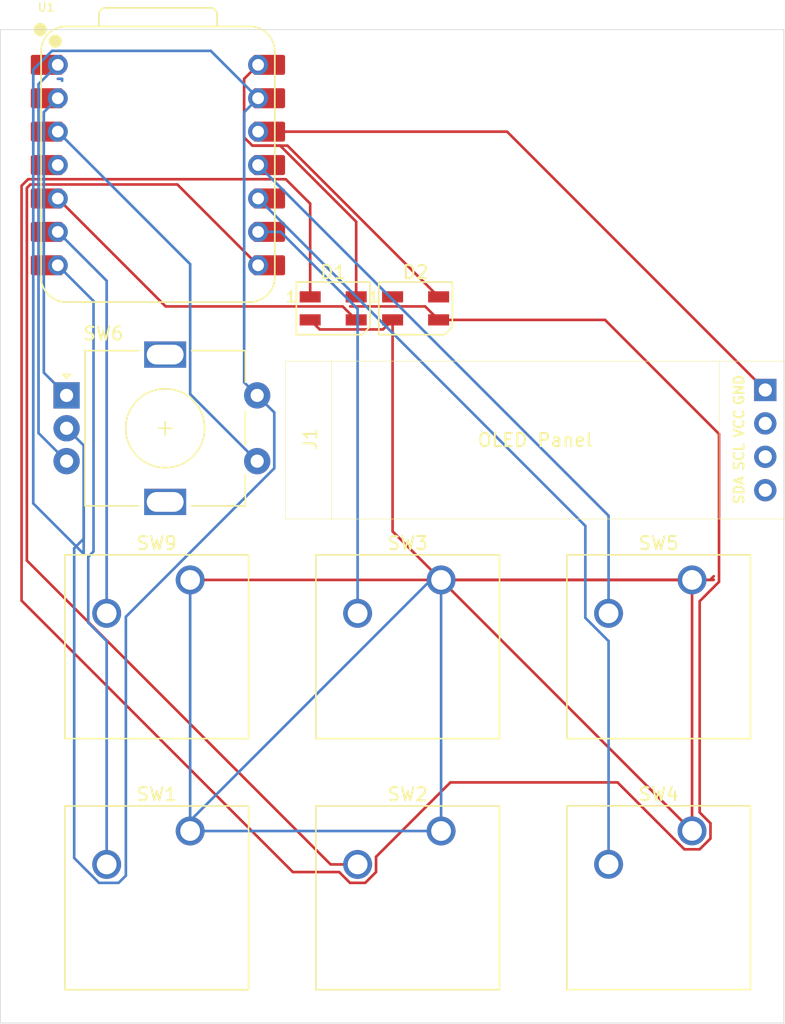
<source format=kicad_pcb>
(kicad_pcb (version 20241229) (generator "pcbnew") (generator_version "9.0")
  (layers (0 "F.Cu" signal) (2 "B.Cu" signal) (13 "F.Paste" user) (15 "B.Paste" user) (5 "F.SilkS" user "F.Silkscreen") (7 "B.SilkS" user "B.Silkscreen") (1 "F.Mask" user) (3 "B.Mask" user) (25 "Edge.Cuts" user))
  (net 0 "")
  (net 1 "Net-(D1-DIN)")
  (net 2 "+5V")
  (net 3 "Net-(D1-DOUT)")
  (net 4 "GND")
  (net 6 "Net-(U1-GPIO1{slash}RX)")
  (net 7 "Net-(U1-GPIO2{slash}SCK)")
  (net 8 "Net-(U1-GPIO4{slash}MISO)")
  (net 9 "Net-(U1-GPIO3{slash}MOSI)")
  (net 10 "Net-(U1-GPIO0{slash}TX)")
  (net 12 "Net-(J1-Pin_1)")
  (net 16 "Net-(U1-GPIO28{slash}ADC2{slash}A2)")
  (net 17 "Net-(U1-GPIO27{slash}ADC1{slash}A1)")
  (net 18 "Net-(U1-GND)")
  (net 19 "Net-(U1-GPIO26{slash}ADC0{slash}A0)")
  (net 20 "Net-(U1-GPIO7{slash}SCL)")
  (footprint "Button_Switch_Keyboard:SW_Cherry_MX_1.00u_PCB" (layer "F.Cu") (at 116.94 92.44)
    (property "Reference" "SW9" (at -2.54 -2.794 0) (layer "F.SilkS"))
    (property "Value" "SW_Push")
    (fp_line (start -9.525 -1.905) (end 4.445 -1.905) (stroke (width 0.12)) (layer "F.SilkS"))
    (fp_line (start -9.525 12.065) (end -9.525 -1.905) (stroke (width 0.12)) (layer "F.SilkS"))
    (fp_line (start 4.445 -1.905) (end 4.445 12.065) (stroke (width 0.12)) (layer "F.SilkS"))
    (fp_line (start 4.445 12.065) (end -9.525 12.065) (stroke (width 0.12)) (layer "F.SilkS"))
    (pad "" np_thru_hole circle (at -7.62 5.08) (size 1.7 1.7) (drill 1.7) (layers "*.Cu" "*.Mask"))
    (pad "" np_thru_hole circle (at -2.54 5.08) (size 4 4) (drill 4) (layers "*.Cu" "*.Mask"))
    (pad "" np_thru_hole circle (at 2.54 5.08) (size 1.7 1.7) (drill 1.7) (layers "*.Cu" "*.Mask"))
    (pad "1" thru_hole circle (at 0 0) (size 2.2 2.2) (drill 1.5) (layers "*.Cu" "*.Mask") (net 4 "GND"))
    (pad "2" thru_hole circle (at -6.35 2.54) (size 2.2 2.2) (drill 1.5) (layers "*.Cu" "*.Mask") (net 20 "Net-(U1-GPIO7{slash}SCL)"))
  )
  (footprint "Rotary_Encoder:RotaryEncoder_Alps_EC11E-Switch_Vertical_H20mm" (layer "F.Cu") (at 107.54 78.41)
    (property "Reference" "SW6" (at 2.8 -4.7 0) (layer "F.SilkS"))
    (property "Value" "RotaryEncoder_Switch")
    (fp_line (start -0.3 -1.6) (end 0.3 -1.6) (stroke (width 0.12)) (layer "F.SilkS"))
    (fp_line (start 0 -1.3) (end -0.3 -1.6) (stroke (width 0.12)) (layer "F.SilkS"))
    (fp_line (start 0.3 -1.6) (end 0 -1.3) (stroke (width 0.12)) (layer "F.SilkS"))
    (fp_line (start 1.4 -3.4) (end 1.4 8.4) (stroke (width 0.12)) (layer "F.SilkS"))
    (fp_line (start 5.5 -3.4) (end 1.4 -3.4) (stroke (width 0.12)) (layer "F.SilkS"))
    (fp_line (start 5.5 8.4) (end 1.4 8.4) (stroke (width 0.12)) (layer "F.SilkS"))
    (fp_line (start 7 2.5) (end 8 2.5) (stroke (width 0.12)) (layer "F.SilkS"))
    (fp_line (start 7.5 2) (end 7.5 3) (stroke (width 0.12)) (layer "F.SilkS"))
    (fp_line (start 9.5 -3.4) (end 13.6 -3.4) (stroke (width 0.12)) (layer "F.SilkS"))
    (fp_line (start 13.6 -3.4) (end 13.6 -1) (stroke (width 0.12)) (layer "F.SilkS"))
    (fp_line (start 13.6 1.2) (end 13.6 3.8) (stroke (width 0.12)) (layer "F.SilkS"))
    (fp_line (start 13.6 6) (end 13.6 8.4) (stroke (width 0.12)) (layer "F.SilkS"))
    (fp_line (start 13.6 8.4) (end 9.5 8.4) (stroke (width 0.12)) (layer "F.SilkS"))
    (fp_circle (center 7.5 2.5) (end 10.5 2.5) (stroke (width 0.12)) (fill no) (layer "F.SilkS"))
    (pad "A" thru_hole rect (at 0 0) (size 2 2) (drill 1) (layers "*.Cu" "*.Mask") (net 17 "Net-(U1-GPIO27{slash}ADC1{slash}A1)"))
    (pad "B" thru_hole circle (at 0 5) (size 2 2) (drill 1) (layers "*.Cu" "*.Mask") (net 19 "Net-(U1-GPIO26{slash}ADC0{slash}A0)"))
    (pad "C" thru_hole circle (at 0 2.5) (size 2 2) (drill 1) (layers "*.Cu" "*.Mask") (net 18 "Net-(U1-GND)"))
    (pad "MP" thru_hole rect (at 7.5 -3.1) (size 3.2 2) (drill oval 2.8 1.5) (layers "*.Cu" "*.Mask"))
    (pad "MP" thru_hole rect (at 7.5 8.1) (size 3.2 2) (drill oval 2.8 1.5) (layers "*.Cu" "*.Mask"))
    (pad "S1" thru_hole circle (at 14.5 5) (size 2 2) (drill 1) (layers "*.Cu" "*.Mask") (net 16 "Net-(U1-GPIO28{slash}ADC2{slash}A2)"))
    (pad "S2" thru_hole circle (at 14.5 0) (size 2 2) (drill 1) (layers "*.Cu" "*.Mask") (net 18 "Net-(U1-GND)"))
  )
  (footprint "LED_SMD:LED_SK6812MINI_PLCC4_3.5x3.5mm_P1.75mm" (layer "F.Cu") (at 127.82 71.795)
    (property "Reference" "D1" (at 0 -2.75 0) (layer "F.SilkS"))
    (property "Value" "SK6812MINI")
    (fp_line (start -2.8 -2) (end -2.8 2) (stroke (width 0.12)) (layer "F.SilkS"))
    (fp_line (start -2.8 -2) (end 2.8 -2) (stroke (width 0.12)) (layer "F.SilkS"))
    (fp_line (start -2.8 2) (end 2.2 2) (stroke (width 0.12)) (layer "F.SilkS"))
    (fp_line (start 2.8 1.4) (end 2.2 2) (stroke (width 0.12)) (layer "F.SilkS"))
    (fp_line (start 2.8 1.4) (end 2.8 -2) (stroke (width 0.12)) (layer "F.SilkS"))
    (fp_text user "1" (at -3.2 -0.875 0) (layer "F.SilkS") (effects (font (size 0.8 0.8))))
    (pad "1" smd rect (at -1.75 -0.875) (size 1.6 0.85) (layers "F.Cu" "F.Mask" "F.Paste") (net 3 "Net-(D1-DOUT)"))
    (pad "2" smd rect (at -1.75 0.875) (size 1.6 0.85) (layers "F.Cu" "F.Mask" "F.Paste") (net 4 "GND"))
    (pad "3" smd rect (at 1.75 0.875) (size 1.6 0.85) (layers "F.Cu" "F.Mask" "F.Paste") (net 1 "Net-(D1-DIN)"))
    (pad "4" smd rect (at 1.75 -0.875) (size 1.6 0.85) (layers "F.Cu" "F.Mask" "F.Paste") (net 2 "+5V"))
  )
  (footprint "Button_Switch_Keyboard:SW_Cherry_MX_1.00u_PCB" (layer "F.Cu") (at 155.12 92.44)
    (property "Reference" "SW5" (at -2.54 -2.794 0) (layer "F.SilkS"))
    (property "Value" "SW_Push")
    (fp_line (start -9.525 -1.905) (end 4.445 -1.905) (stroke (width 0.12)) (layer "F.SilkS"))
    (fp_line (start -9.525 12.065) (end -9.525 -1.905) (stroke (width 0.12)) (layer "F.SilkS"))
    (fp_line (start 4.445 -1.905) (end 4.445 12.065) (stroke (width 0.12)) (layer "F.SilkS"))
    (fp_line (start 4.445 12.065) (end -9.525 12.065) (stroke (width 0.12)) (layer "F.SilkS"))
    (pad "" np_thru_hole circle (at -7.62 5.08) (size 1.7 1.7) (drill 1.7) (layers "*.Cu" "*.Mask"))
    (pad "" np_thru_hole circle (at -2.54 5.08) (size 4 4) (drill 4) (layers "*.Cu" "*.Mask"))
    (pad "" np_thru_hole circle (at 2.54 5.08) (size 1.7 1.7) (drill 1.7) (layers "*.Cu" "*.Mask"))
    (pad "1" thru_hole circle (at 0 0) (size 2.2 2.2) (drill 1.5) (layers "*.Cu" "*.Mask") (net 4 "GND"))
    (pad "2" thru_hole circle (at -6.35 2.54) (size 2.2 2.2) (drill 1.5) (layers "*.Cu" "*.Mask") (net 9 "Net-(U1-GPIO3{slash}MOSI)"))
  )
  (footprint "LED_SMD:LED_SK6812MINI_PLCC4_3.5x3.5mm_P1.75mm" (layer "F.Cu") (at 134.09 71.795)
    (property "Reference" "D2" (at 0 -2.75 0) (layer "F.SilkS"))
    (property "Value" "SK6812MINI")
    (fp_line (start -2.8 -2) (end -2.8 2) (stroke (width 0.12)) (layer "F.SilkS"))
    (fp_line (start -2.8 -2) (end 2.8 -2) (stroke (width 0.12)) (layer "F.SilkS"))
    (fp_line (start -2.8 2) (end 2.2 2) (stroke (width 0.12)) (layer "F.SilkS"))
    (fp_line (start 2.8 1.4) (end 2.2 2) (stroke (width 0.12)) (layer "F.SilkS"))
    (fp_line (start 2.8 1.4) (end 2.8 -2) (stroke (width 0.12)) (layer "F.SilkS"))
    (fp_text user "1" (at -3.2 -0.875 0) (layer "F.SilkS") (effects (font (size 0.8 0.8))))
    (pad "1" smd rect (at -1.75 -0.875) (size 1.6 0.85) (layers "F.Cu" "F.Mask" "F.Paste"))
    (pad "2" smd rect (at -1.75 0.875) (size 1.6 0.85) (layers "F.Cu" "F.Mask" "F.Paste") (net 4 "GND"))
    (pad "3" smd rect (at 1.75 0.875) (size 1.6 0.85) (layers "F.Cu" "F.Mask" "F.Paste") (net 3 "Net-(D1-DOUT)"))
    (pad "4" smd rect (at 1.75 -0.875) (size 1.6 0.85) (layers "F.Cu" "F.Mask" "F.Paste") (net 2 "+5V"))
  )
  (footprint "Button_Switch_Keyboard:SW_Cherry_MX_1.00u_PCB" (layer "F.Cu") (at 136.03 92.44)
    (property "Reference" "SW3" (at -2.54 -2.794 0) (layer "F.SilkS"))
    (property "Value" "SW_Push")
    (fp_line (start -9.525 -1.905) (end 4.445 -1.905) (stroke (width 0.12)) (layer "F.SilkS"))
    (fp_line (start -9.525 12.065) (end -9.525 -1.905) (stroke (width 0.12)) (layer "F.SilkS"))
    (fp_line (start 4.445 -1.905) (end 4.445 12.065) (stroke (width 0.12)) (layer "F.SilkS"))
    (fp_line (start 4.445 12.065) (end -9.525 12.065) (stroke (width 0.12)) (layer "F.SilkS"))
    (pad "" np_thru_hole circle (at -7.62 5.08) (size 1.7 1.7) (drill 1.7) (layers "*.Cu" "*.Mask"))
    (pad "" np_thru_hole circle (at -2.54 5.08) (size 4 4) (drill 4) (layers "*.Cu" "*.Mask"))
    (pad "" np_thru_hole circle (at 2.54 5.08) (size 1.7 1.7) (drill 1.7) (layers "*.Cu" "*.Mask"))
    (pad "1" thru_hole circle (at 0 0) (size 2.2 2.2) (drill 1.5) (layers "*.Cu" "*.Mask") (net 4 "GND"))
    (pad "2" thru_hole circle (at -6.35 2.54) (size 2.2 2.2) (drill 1.5) (layers "*.Cu" "*.Mask") (net 7 "Net-(U1-GPIO2{slash}SCK)"))
  )
  (footprint "OPL:SSD1306-0.91-OLED-4pin-128x32" (layer "F.Cu") (at 124.19 75.81)
    (property "Reference" "J1" (at 1.9 5.91 90) (layer "F.SilkS"))
    (property "Value" "Conn_01x04_MountingPin")
    (fp_line (start 0 0) (end 0 12) (stroke (width 0.04)) (layer "F.SilkS"))
    (fp_line (start 0 12) (end 38 12) (stroke (width 0.04)) (layer "F.SilkS"))
    (fp_line (start 3.5 0) (end 3.5 12) (stroke (width 0.04)) (layer "F.SilkS"))
    (fp_line (start 33 0) (end 33 12) (stroke (width 0.04)) (layer "F.SilkS"))
    (fp_line (start 38 0) (end 0 0) (stroke (width 0.04)) (layer "F.SilkS"))
    (fp_line (start 38 12) (end 38 0) (stroke (width 0.04)) (layer "F.SilkS"))
    (fp_text user "OLED Panel" (at 19 6 0) (layer "F.SilkS"))
    (fp_text user "GND" (at 34.5 2.19 270) (layer "F.SilkS") (effects (font (size 0.75 0.75))))
    (fp_text user "SDA" (at 34.5 9.81 270) (layer "F.SilkS") (effects (font (size 0.75 0.75))))
    (fp_text user "SCL" (at 34.5 7.27 270) (layer "F.SilkS") (effects (font (size 0.75 0.75))))
    (fp_text user "VCC" (at 34.5 4.73 270) (layer "F.SilkS") (effects (font (size 0.75 0.75))))
    (pad "1" thru_hole rect (at 36.5 2.19) (size 1.7 1.7) (drill 1) (layers "*.Cu" "*.Mask") (net 12 "Net-(J1-Pin_1)"))
    (pad "2" thru_hole oval (at 36.5 4.73) (size 1.7 1.7) (drill 1) (layers "*.Cu" "*.Mask"))
    (pad "3" thru_hole oval (at 36.5 7.27) (size 1.7 1.7) (drill 1) (layers "*.Cu" "*.Mask"))
    (pad "4" thru_hole oval (at 36.5 9.81) (size 1.7 1.7) (drill 1) (layers "*.Cu" "*.Mask"))
  )
  (footprint "OPL:XIAO-RP2040-DIP" (layer "F.Cu") (at 114.49 60.9)
    (property "Reference" "U1" (at -8.5 -12 0) (layer "F.SilkS") (effects (font (size 0.635 0.635) (thickness 0.1016))))
    (property "Value" "XIAO-RP2040-DIP")
    (fp_line (start -8.89 8.509) (end -8.89 -8.636) (stroke (width 0.127)) (layer "F.SilkS"))
    (fp_line (start -6.985 10.414) (end 6.985 10.414) (stroke (width 0.127)) (layer "F.SilkS"))
    (fp_line (start -4.495 -10.541) (end -4.491272 -11.451272) (stroke (width 0.127)) (layer "F.SilkS"))
    (fp_line (start -3.991272 -11.951) (end 4.004 -11.951) (stroke (width 0.127)) (layer "F.SilkS"))
    (fp_line (start 4.504 -11.451) (end 4.504 -10.541) (stroke (width 0.127)) (layer "F.SilkS"))
    (fp_line (start 6.985 -10.541) (end -6.985 -10.541) (stroke (width 0.1)) (layer "F.SilkS"))
    (fp_line (start 6.985 -10.541) (end -6.985 -10.541) (stroke (width 0.127)) (layer "F.SilkS"))
    (fp_line (start 8.89 8.509) (end 8.89 -8.636) (stroke (width 0.127)) (layer "F.SilkS"))
    (fp_arc (start -8.89 -8.636) (mid -8.332038 -9.983038) (end -6.985 -10.541) (stroke (width 0.127)) (layer "F.SilkS"))
    (fp_arc (start -6.985 10.414) (mid -8.332038 9.856038) (end -8.89 8.509) (stroke (width 0.127)) (layer "F.SilkS"))
    (fp_arc (start -4.491272 -11.451272) (mid -4.344728 -11.80464) (end -3.991272 -11.951) (stroke (width 0.127)) (layer "F.SilkS"))
    (fp_arc (start 4.004 -11.951) (mid 4.357553 -11.804553) (end 4.504 -11.451) (stroke (width 0.127)) (layer "F.SilkS"))
    (fp_arc (start 6.985 -10.541) (mid 8.332038 -9.983038) (end 8.89 -8.636) (stroke (width 0.127)) (layer "F.SilkS"))
    (fp_arc (start 8.89 8.509) (mid 8.332038 9.856038) (end 6.985 10.414) (stroke (width 0.127)) (layer "F.SilkS"))
    (fp_circle (center -8.95 -10.3) (end -8.95 -10.554) (stroke (width 0.5)) (fill yes) (layer "F.SilkS"))
    (fp_circle (center -7.807 -9.42) (end -7.807 -9.674) (stroke (width 0.5)) (fill yes) (layer "F.SilkS"))
    (pad "1" smd roundrect (at -8.455 -7.62 180) (size 2.432 1.524) (layers "F.Cu" "F.Mask") (roundrect_rratio 0.1) (net 19 "Net-(U1-GPIO26{slash}ADC0{slash}A0)"))
    (pad "1" thru_hole circle (at -7.62 -7.62 180) (size 1.524 1.524) (drill 0.889) (layers "*.Cu" "*.Mask") (net 19 "Net-(U1-GPIO26{slash}ADC0{slash}A0)"))
    (pad "2" smd roundrect (at -8.455 -5.08 180) (size 2.432 1.524) (layers "F.Cu" "F.Mask") (roundrect_rratio 0.1) (net 17 "Net-(U1-GPIO27{slash}ADC1{slash}A1)"))
    (pad "2" thru_hole circle (at -7.62 -5.08 180) (size 1.524 1.524) (drill 0.889) (layers "*.Cu" "*.Mask") (net 17 "Net-(U1-GPIO27{slash}ADC1{slash}A1)"))
    (pad "3" smd roundrect (at -8.455 -2.54 180) (size 2.432 1.524) (layers "F.Cu" "F.Mask") (roundrect_rratio 0.1) (net 16 "Net-(U1-GPIO28{slash}ADC2{slash}A2)"))
    (pad "3" thru_hole circle (at -7.62 -2.54 180) (size 1.524 1.524) (drill 0.889) (layers "*.Cu" "*.Mask") (net 16 "Net-(U1-GPIO28{slash}ADC2{slash}A2)"))
    (pad "4" smd roundrect (at -8.455 0 180) (size 2.432 1.524) (layers "F.Cu" "F.Mask") (roundrect_rratio 0.1))
    (pad "4" thru_hole circle (at -7.62 0 180) (size 1.524 1.524) (drill 0.889) (layers "*.Cu" "*.Mask"))
    (pad "5" smd roundrect (at -8.455 2.54 180) (size 2.432 1.524) (layers "F.Cu" "F.Mask") (roundrect_rratio 0.1) (net 1 "Net-(D1-DIN)"))
    (pad "5" thru_hole circle (at -7.62 2.54 180) (size 1.524 1.524) (drill 0.889) (layers "*.Cu" "*.Mask") (net 1 "Net-(D1-DIN)"))
    (pad "6" smd roundrect (at -8.455 5.08 180) (size 2.432 1.524) (layers "F.Cu" "F.Mask") (roundrect_rratio 0.1) (net 20 "Net-(U1-GPIO7{slash}SCL)"))
    (pad "6" thru_hole circle (at -7.62 5.08 180) (size 1.524 1.524) (drill 0.889) (layers "*.Cu" "*.Mask") (net 20 "Net-(U1-GPIO7{slash}SCL)"))
    (pad "7" smd roundrect (at -8.455 7.62 180) (size 2.432 1.524) (layers "F.Cu" "F.Mask") (roundrect_rratio 0.1) (net 10 "Net-(U1-GPIO0{slash}TX)"))
    (pad "7" thru_hole circle (at -7.62 7.62 180) (size 1.524 1.524) (drill 0.889) (layers "*.Cu" "*.Mask") (net 10 "Net-(U1-GPIO0{slash}TX)"))
    (pad "8" thru_hole circle (at 7.62 7.62) (size 1.524 1.524) (drill 0.889) (layers "*.Cu" "*.Mask") (net 6 "Net-(U1-GPIO1{slash}RX)"))
    (pad "8" smd roundrect (at 8.455 7.62) (size 2.432 1.524) (layers "F.Cu" "F.Mask") (roundrect_rratio 0.1) (net 6 "Net-(U1-GPIO1{slash}RX)"))
    (pad "9" thru_hole circle (at 7.62 5.08) (size 1.524 1.524) (drill 0.889) (layers "*.Cu" "*.Mask") (net 7 "Net-(U1-GPIO2{slash}SCK)"))
    (pad "9" smd roundrect (at 8.455 5.08) (size 2.432 1.524) (layers "F.Cu" "F.Mask") (roundrect_rratio 0.1) (net 7 "Net-(U1-GPIO2{slash}SCK)"))
    (pad "10" thru_hole circle (at 7.62 2.54) (size 1.524 1.524) (drill 0.889) (layers "*.Cu" "*.Mask") (net 8 "Net-(U1-GPIO4{slash}MISO)"))
    (pad "10" smd roundrect (at 8.455 2.54) (size 2.432 1.524) (layers "F.Cu" "F.Mask") (roundrect_rratio 0.1) (net 8 "Net-(U1-GPIO4{slash}MISO)"))
    (pad "11" thru_hole circle (at 7.62 0) (size 1.524 1.524) (drill 0.889) (layers "*.Cu" "*.Mask") (net 9 "Net-(U1-GPIO3{slash}MOSI)"))
    (pad "11" smd roundrect (at 8.455 0) (size 2.432 1.524) (layers "F.Cu" "F.Mask") (roundrect_rratio 0.1) (net 9 "Net-(U1-GPIO3{slash}MOSI)"))
    (pad "12" thru_hole circle (at 7.62 -2.54) (size 1.524 1.524) (drill 0.889) (layers "*.Cu" "*.Mask") (net 12 "Net-(J1-Pin_1)"))
    (pad "12" smd roundrect (at 8.455 -2.54) (size 2.432 1.524) (layers "F.Cu" "F.Mask") (roundrect_rratio 0.1) (net 12 "Net-(J1-Pin_1)"))
    (pad "13" thru_hole circle (at 7.62 -5.08) (size 1.524 1.524) (drill 0.889) (layers "*.Cu" "*.Mask") (net 18 "Net-(U1-GND)"))
    (pad "13" smd roundrect (at 8.455 -5.08) (size 2.432 1.524) (layers "F.Cu" "F.Mask") (roundrect_rratio 0.1) (net 18 "Net-(U1-GND)"))
    (pad "14" thru_hole circle (at 7.62 -7.62) (size 1.524 1.524) (drill 0.889) (layers "*.Cu" "*.Mask") (net 2 "+5V"))
    (pad "14" smd roundrect (at 8.455 -7.62) (size 2.432 1.524) (layers "F.Cu" "F.Mask") (roundrect_rratio 0.1) (net 2 "+5V"))
  )
  (footprint "Button_Switch_Keyboard:SW_Cherry_MX_1.00u_PCB" (layer "F.Cu") (at 116.94 111.53)
    (property "Reference" "SW1" (at -2.54 -2.794 0) (layer "F.SilkS"))
    (property "Value" "SW_Push")
    (fp_line (start -9.525 -1.905) (end 4.445 -1.905) (stroke (width 0.12)) (layer "F.SilkS"))
    (fp_line (start -9.525 12.065) (end -9.525 -1.905) (stroke (width 0.12)) (layer "F.SilkS"))
    (fp_line (start 4.445 -1.905) (end 4.445 12.065) (stroke (width 0.12)) (layer "F.SilkS"))
    (fp_line (start 4.445 12.065) (end -9.525 12.065) (stroke (width 0.12)) (layer "F.SilkS"))
    (pad "" np_thru_hole circle (at -7.62 5.08) (size 1.7 1.7) (drill 1.7) (layers "*.Cu" "*.Mask"))
    (pad "" np_thru_hole circle (at -2.54 5.08) (size 4 4) (drill 4) (layers "*.Cu" "*.Mask"))
    (pad "" np_thru_hole circle (at 2.54 5.08) (size 1.7 1.7) (drill 1.7) (layers "*.Cu" "*.Mask"))
    (pad "1" thru_hole circle (at 0 0) (size 2.2 2.2) (drill 1.5) (layers "*.Cu" "*.Mask") (net 4 "GND"))
    (pad "2" thru_hole circle (at -6.35 2.54) (size 2.2 2.2) (drill 1.5) (layers "*.Cu" "*.Mask") (net 10 "Net-(U1-GPIO0{slash}TX)"))
  )
  (footprint "Button_Switch_Keyboard:SW_Cherry_MX_1.00u_PCB" (layer "F.Cu") (at 155.12 111.52)
    (property "Reference" "SW4" (at -2.54 -2.794 0) (layer "F.SilkS"))
    (property "Value" "SW_Push")
    (fp_line (start -9.525 -1.905) (end 4.445 -1.905) (stroke (width 0.12)) (layer "F.SilkS"))
    (fp_line (start -9.525 12.065) (end -9.525 -1.905) (stroke (width 0.12)) (layer "F.SilkS"))
    (fp_line (start 4.445 -1.905) (end 4.445 12.065) (stroke (width 0.12)) (layer "F.SilkS"))
    (fp_line (start 4.445 12.065) (end -9.525 12.065) (stroke (width 0.12)) (layer "F.SilkS"))
    (pad "" np_thru_hole circle (at -7.62 5.08) (size 1.7 1.7) (drill 1.7) (layers "*.Cu" "*.Mask"))
    (pad "" np_thru_hole circle (at -2.54 5.08) (size 4 4) (drill 4) (layers "*.Cu" "*.Mask"))
    (pad "" np_thru_hole circle (at 2.54 5.08) (size 1.7 1.7) (drill 1.7) (layers "*.Cu" "*.Mask"))
    (pad "1" thru_hole circle (at 0 0) (size 2.2 2.2) (drill 1.5) (layers "*.Cu" "*.Mask") (net 4 "GND"))
    (pad "2" thru_hole circle (at -6.35 2.54) (size 2.2 2.2) (drill 1.5) (layers "*.Cu" "*.Mask") (net 8 "Net-(U1-GPIO4{slash}MISO)"))
  )
  (footprint "Button_Switch_Keyboard:SW_Cherry_MX_1.00u_PCB" (layer "F.Cu") (at 136.03 111.53)
    (property "Reference" "SW2" (at -2.54 -2.794 0) (layer "F.SilkS"))
    (property "Value" "SW_Push")
    (fp_line (start -9.525 -1.905) (end 4.445 -1.905) (stroke (width 0.12)) (layer "F.SilkS"))
    (fp_line (start -9.525 12.065) (end -9.525 -1.905) (stroke (width 0.12)) (layer "F.SilkS"))
    (fp_line (start 4.445 -1.905) (end 4.445 12.065) (stroke (width 0.12)) (layer "F.SilkS"))
    (fp_line (start 4.445 12.065) (end -9.525 12.065) (stroke (width 0.12)) (layer "F.SilkS"))
    (pad "" np_thru_hole circle (at -7.62 5.08) (size 1.7 1.7) (drill 1.7) (layers "*.Cu" "*.Mask"))
    (pad "" np_thru_hole circle (at -2.54 5.08) (size 4 4) (drill 4) (layers "*.Cu" "*.Mask"))
    (pad "" np_thru_hole circle (at 2.54 5.08) (size 1.7 1.7) (drill 1.7) (layers "*.Cu" "*.Mask"))
    (pad "1" thru_hole circle (at 0 0) (size 2.2 2.2) (drill 1.5) (layers "*.Cu" "*.Mask") (net 4 "GND"))
    (pad "2" thru_hole circle (at -6.35 2.54) (size 2.2 2.2) (drill 1.5) (layers "*.Cu" "*.Mask") (net 6 "Net-(U1-GPIO1{slash}RX)"))
  )
  (gr_rect (start 102.5 50.6) (end 162.105 126.125) (stroke (width 0.05)) (fill no) (layer "Edge.Cuts"))
  (segment (start 107.2 54.343) (end 106.87 54.343) (width 0.2) (layer "B.Cu") (net 0))
  (segment (start 107.2 54.49) (end 107.2 54.343) (width 0.2) (layer "B.Cu") (net 0))
  (segment (start 106.87 63.44) (end 115.076 71.646) (width 0.2) (layer "F.Cu") (net 1))
  (segment (start 128.546 71.646) (end 129.57 72.67) (width 0.2) (layer "F.Cu") (net 1))
  (segment (start 115.076 71.646) (end 128.546 71.646) (width 0.2) (layer "F.Cu") (net 1))
  (segment (start 121.66969 59.423) (end 124.343 59.423) (width 0.2) (layer "F.Cu") (net 2))
  (segment (start 123.786626 59.423) (end 129.57 65.206374) (width 0.2) (layer "F.Cu") (net 2))
  (segment (start 121.66969 59.423) (end 123.786626 59.423) (width 0.2) (layer "F.Cu") (net 2))
  (segment (start 124.343 59.423) (end 135.84 70.92) (width 0.2) (layer "F.Cu") (net 2))
  (segment (start 122.11 53.28) (end 121.047 54.343) (width 0.2) (layer "F.Cu") (net 2))
  (segment (start 121.047 54.343) (end 121.047 58.80031) (width 0.2) (layer "F.Cu") (net 2))
  (segment (start 129.57 65.206374) (end 129.57 70.92) (width 0.2) (layer "F.Cu") (net 2))
  (segment (start 121.047 58.80031) (end 121.66969 59.423) (width 0.2) (layer "F.Cu") (net 2))
  (segment (start 104.613274 61.976) (end 104.117 62.472274) (width 0.2) (layer "F.Cu") (net 3))
  (segment (start 135.84 72.67) (end 134.816 71.646) (width 0.2) (layer "F.Cu") (net 3))
  (segment (start 136.737107 107.833579) (end 149.452265 107.833579) (width 0.2) (layer "F.Cu") (net 3))
  (segment (start 124.213626 61.976) (end 104.613274 61.976) (width 0.2) (layer "F.Cu") (net 3))
  (segment (start 129.099686 115.471) (end 130.260314 115.471) (width 0.2) (layer "F.Cu") (net 3))
  (segment (start 157.171 92.5861) (end 157.171 81.341) (width 0.2) (layer "F.Cu") (net 3))
  (segment (start 134.816 71.646) (end 129.1131 71.646) (width 0.2) (layer "F.Cu") (net 3))
  (segment (start 131.081 113.489686) (end 136.737107 107.833579) (width 0.2) (layer "F.Cu") (net 3))
  (segment (start 155.700314 110.119) (end 155.700314 94.056786) (width 0.2) (layer "F.Cu") (net 3))
  (segment (start 149.452265 107.833579) (end 154.539686 112.921) (width 0.2) (layer "F.Cu") (net 3))
  (segment (start 126.07 63.832374) (end 124.213626 61.976) (width 0.2) (layer "F.Cu") (net 3))
  (segment (start 156.521 110.939686) (end 155.700314 110.119) (width 0.2) (layer "F.Cu") (net 3))
  (segment (start 104.117 94.01547) (end 124.751844 114.650314) (width 0.2) (layer "F.Cu") (net 3))
  (segment (start 156.521 112.100314) (end 156.521 110.939686) (width 0.2) (layer "F.Cu") (net 3))
  (segment (start 124.751844 114.650314) (end 128.279 114.650314) (width 0.2) (layer "F.Cu") (net 3))
  (segment (start 148.5 72.67) (end 135.84 72.67) (width 0.2) (layer "F.Cu") (net 3))
  (segment (start 155.700314 112.921) (end 156.521 112.100314) (width 0.2) (layer "F.Cu") (net 3))
  (segment (start 131.081 114.650314) (end 131.081 113.489686) (width 0.2) (layer "F.Cu") (net 3))
  (segment (start 104.117 62.472274) (end 104.117 94.01547) (width 0.2) (layer "F.Cu") (net 3))
  (segment (start 128.279 114.650314) (end 129.099686 115.471) (width 0.2) (layer "F.Cu") (net 3))
  (segment (start 154.539686 112.921) (end 155.700314 112.921) (width 0.2) (layer "F.Cu") (net 3))
  (segment (start 126.07 70.92) (end 126.07 63.832374) (width 0.2) (layer "F.Cu") (net 3))
  (segment (start 157.171 81.341) (end 148.5 72.67) (width 0.2) (layer "F.Cu") (net 3))
  (segment (start 130.260314 115.471) (end 131.081 114.650314) (width 0.2) (layer "F.Cu") (net 3))
  (segment (start 155.700314 94.056786) (end 157.171 92.5861) (width 0.2) (layer "F.Cu") (net 3))
  (segment (start 126.796 73.396) (end 126.07 72.67) (width 0.2) (layer "F.Cu") (net 4))
  (segment (start 132.34 72.67) (end 131.614 73.396) (width 0.2) (layer "F.Cu") (net 4))
  (segment (start 136.03 92.44) (end 156.49 92.44) (width 0.2) (layer "F.Cu") (net 4))
  (segment (start 132.34 72.67) (end 132.34 88.75) (width 0.2) (layer "F.Cu") (net 4))
  (segment (start 132.34 88.75) (end 136.03 92.44) (width 0.2) (layer "F.Cu") (net 4))
  (segment (start 136.03 92.44) (end 156.75 92.44) (width 0.2) (layer "F.Cu") (net 4))
  (segment (start 136.03 92.44) (end 155.12 92.44) (width 0.2) (layer "F.Cu") (net 4))
  (segment (start 136.03 92.44) (end 155.11 111.52) (width 0.2) (layer "F.Cu") (net 4))
  (segment (start 116.94 92.44) (end 136.03 92.44) (width 0.2) (layer "F.Cu") (net 4))
  (segment (start 156.75 92.44) (end 156.77 92.42) (width 0.2) (layer "F.Cu") (net 4))
  (segment (start 155.12 111.52) (end 155.12 111.72) (width 0.2) (layer "F.Cu") (net 4))
  (segment (start 155.12 92.44) (end 155.12 111.52) (width 0.2) (layer "F.Cu") (net 4))
  (segment (start 156.49 92.44) (end 156.77 92.16) (width 0.2) (layer "F.Cu") (net 4))
  (segment (start 155.12 111.72) (end 154.81 112.03) (width 0.2) (layer "F.Cu") (net 4))
  (segment (start 131.614 73.396) (end 126.796 73.396) (width 0.2) (layer "F.Cu") (net 4))
  (segment (start 155.11 111.52) (end 155.12 111.52) (width 0.2) (layer "F.Cu") (net 4))
  (segment (start 116.94 111.53) (end 116.94 110.745184) (width 0.2) (layer "B.Cu") (net 4))
  (segment (start 135.245184 92.44) (end 136.03 92.44) (width 0.2) (layer "B.Cu") (net 4))
  (segment (start 116.94 110.745184) (end 135.245184 92.44) (width 0.2) (layer "B.Cu") (net 4))
  (segment (start 116.94 111.53) (end 136.03 111.53) (width 0.2) (layer "B.Cu") (net 4))
  (segment (start 116.94 111.53) (end 116.94 92.44) (width 0.2) (layer "B.Cu") (net 4))
  (segment (start 136.03 92.44) (end 136.03 111.53) (width 0.2) (layer "B.Cu") (net 4))
  (segment (start 104.518 90.962816) (end 127.625184 114.07) (width 0.2) (layer "F.Cu") (net 6))
  (segment (start 122.11 68.52) (end 115.967 62.377) (width 0.2) (layer "F.Cu") (net 6))
  (segment (start 104.779374 62.377) (end 104.518 62.638374) (width 0.2) (layer "F.Cu") (net 6))
  (segment (start 127.625184 114.07) (end 129.68 114.07) (width 0.2) (layer "F.Cu") (net 6))
  (segment (start 115.967 62.377) (end 104.779374 62.377) (width 0.2) (layer "F.Cu") (net 6))
  (segment (start 104.518 62.638374) (end 104.518 90.962816) (width 0.2) (layer "F.Cu") (net 6))
  (segment (start 129.68 71.84) (end 123.82 65.98) (width 0.2) (layer "B.Cu") (net 7))
  (segment (start 129.68 94.98) (end 129.68 71.84) (width 0.2) (layer "B.Cu") (net 7))
  (segment (start 123.82 65.98) (end 122.11 65.98) (width 0.2) (layer "B.Cu") (net 7))
  (segment (start 148.77 97.09153) (end 147.00253 95.32406) (width 0.2) (layer "B.Cu") (net 8))
  (segment (start 147.00253 95.32406) (end 147.00253 88.33253) (width 0.2) (layer "B.Cu") (net 8))
  (segment (start 147.00253 88.33253) (end 122.11 63.44) (width 0.2) (layer "B.Cu") (net 8))
  (segment (start 148.77 114.06) (end 148.77 97.09153) (width 0.2) (layer "B.Cu") (net 8))
  (segment (start 122.11 60.9) (end 148.77 87.56) (width 0.2) (layer "B.Cu") (net 9))
  (segment (start 148.77 87.56) (end 148.77 94.98) (width 0.2) (layer "B.Cu") (net 9))
  (segment (start 109.59 71.24) (end 109.59 90.28) (width 0.2) (layer "B.Cu") (net 10))
  (segment (start 109.189 95.69053) (end 110.59 97.09153) (width 0.2) (layer "B.Cu") (net 10))
  (segment (start 106.87 68.52) (end 109.59 71.24) (width 0.2) (layer "B.Cu") (net 10))
  (segment (start 109.189 90.681) (end 109.189 95.69053) (width 0.2) (layer "B.Cu") (net 10))
  (segment (start 109.59 90.28) (end 109.189 90.681) (width 0.2) (layer "B.Cu") (net 10))
  (segment (start 110.59 97.09153) (end 110.59 114.07) (width 0.2) (layer "B.Cu") (net 10))
  (segment (start 141.05 58.36) (end 160.69 78) (width 0.2) (layer "F.Cu") (net 12))
  (segment (start 122.945 58.36) (end 141.05 58.36) (width 0.2) (layer "F.Cu") (net 12))
  (segment (start 106.87 58.36) (end 116.941 68.431) (width 0.2) (layer "B.Cu") (net 16))
  (segment (start 116.941 78.311) (end 122.04 83.41) (width 0.2) (layer "B.Cu") (net 16))
  (segment (start 116.941 68.431) (end 116.941 78.311) (width 0.2) (layer "B.Cu") (net 16))
  (segment (start 105.807 76.677) (end 107.54 78.41) (width 0.2) (layer "B.Cu") (net 17))
  (segment (start 105.807 56.883) (end 105.807 76.677) (width 0.2) (layer "B.Cu") (net 17))
  (segment (start 106.87 55.82) (end 105.807 56.883) (width 0.2) (layer "B.Cu") (net 17))
  (segment (start 123.341 79.711) (end 122.04 78.41) (width 0.2) (layer "B.Cu") (net 18))
  (segment (start 121.047 77.417) (end 121.047 56.883) (width 0.2) (layer "B.Cu") (net 18))
  (segment (start 112.049 95.240892) (end 123.341 83.948892) (width 0.2) (layer "B.Cu") (net 18))
  (segment (start 111.499 115.471) (end 112.049 114.921) (width 0.2) (layer "B.Cu") (net 18))
  (segment (start 110.009686 115.471) (end 111.499 115.471) (width 0.2) (layer "B.Cu") (net 18))
  (segment (start 107.54 80.91) (end 108.841 82.211) (width 0.2) (layer "B.Cu") (net 18))
  (segment (start 105.005 53.64169) (end 106.42969 52.217) (width 0.2) (layer "B.Cu") (net 18))
  (segment (start 108.841 82.211) (end 108.841 90.4619) (width 0.2) (layer "B.Cu") (net 18))
  (segment (start 108.841 82.211) (end 108.841 89.309) (width 0.2) (layer "B.Cu") (net 18))
  (segment (start 106.42969 52.217) (end 118.507 52.217) (width 0.2) (layer "B.Cu") (net 18))
  (segment (start 118.507 52.217) (end 122.11 55.82) (width 0.2) (layer "B.Cu") (net 18))
  (segment (start 112.049 114.921) (end 112.049 95.240892) (width 0.2) (layer "B.Cu") (net 18))
  (segment (start 122.04 78.41) (end 121.047 77.417) (width 0.2) (layer "B.Cu") (net 18))
  (segment (start 108.119 90.031) (end 108.119 113.580314) (width 0.2) (layer "B.Cu") (net 18))
  (segment (start 108.841 90.4619) (end 105.005 86.6259) (width 0.2) (layer "B.Cu") (net 18))
  (segment (start 121.047 56.883) (end 122.11 55.82) (width 0.2) (layer "B.Cu") (net 18))
  (segment (start 108.119 113.580314) (end 110.009686 115.471) (width 0.2) (layer "B.Cu") (net 18))
  (segment (start 108.841 89.309) (end 108.119 90.031) (width 0.2) (layer "B.Cu") (net 18))
  (segment (start 105.005 86.6259) (end 105.005 53.64169) (width 0.2) (layer "B.Cu") (net 18))
  (segment (start 123.341 83.948892) (end 123.341 79.711) (width 0.2) (layer "B.Cu") (net 18))
  (segment (start 105.406 81.276) (end 107.54 83.41) (width 0.2) (layer "B.Cu") (net 19))
  (segment (start 105.406 54.744) (end 105.406 81.276) (width 0.2) (layer "B.Cu") (net 19))
  (segment (start 106.87 53.28) (end 105.406 54.744) (width 0.2) (layer "B.Cu") (net 19))
  (segment (start 110.59 94.98) (end 110.59 69.7) (width 0.2) (layer "B.Cu") (net 20))
  (segment (start 110.59 69.7) (end 106.87 65.98) (width 0.2) (layer "B.Cu") (net 20))
)
</source>
